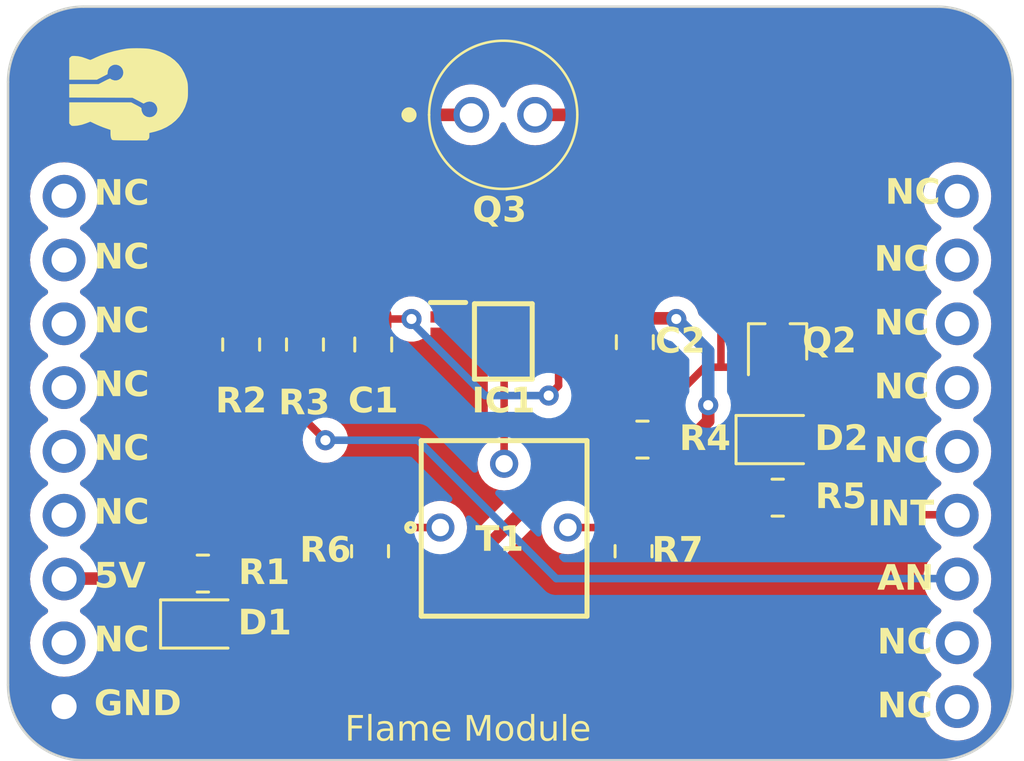
<source format=kicad_pcb>
(kicad_pcb (version 20240108) (generator "pcbnew") (generator_version "8.0")
  (layers (0 "F.Cu" signal) (31 "B.Cu" signal) (34 "B.Paste" user) (35 "F.Paste" user) (36 "B.SilkS" user "B.Silkscreen") (37 "F.SilkS" user "F.Silkscreen") (38 "B.Mask" user) (39 "F.Mask" user) (44 "Edge.Cuts" user))
  (net 0 "")
  (net 1 "IN+")
  (net 2 "GND")
  (net 3 "Net-(IC1-VCC)")
  (net 4 "Net-(D2-K)")
  (net 5 "Net-(D1-A)")
  (net 6 "Net-(D2-A)")
  (net 8 "IN-")
  (net 9 "INT")
  (net 10 "AN")
  (net 11 "Net-(R5-Pad2)")
  (net 12 "Net-(R6-Pad1)")
  (net 13 "+5V")
  (net 14 "Net-(R6-Pad2)")
  (net 15 "Net-(R7-Pad1)")
  (footprint "meminle:3362P_1" (layer "F.Cu") (at 90.936377 100.22352)
    (property "Reference" "T1" (at -0.182177 -3.01772 0) (layer "F.SilkS") (effects (font (thickness 0.2) (bold yes))))
    (property "Value" "R_Potentiometer_Trim" (hide yes))
    (fp_line (start -3.3 -6.99) (end -3.3 0) (stroke (width 0.2)) (layer "F.SilkS"))
    (fp_line (start -3.3 0) (end 3.3 0) (stroke (width 0.2)) (layer "F.SilkS"))
    (fp_line (start 3.3 -6.99) (end -3.3 -6.99) (stroke (width 0.2)) (layer "F.SilkS"))
    (fp_line (start 3.3 0) (end 3.3 -6.99) (stroke (width 0.2)) (layer "F.SilkS"))
    (fp_circle (center -3.722 -3.532) (end -3.722 -3.475) (stroke (width 0.2)) (fill none) (layer "F.SilkS"))
    (pad "1" thru_hole circle (at -2.54 -3.53) (size 1.12 1.12) (drill 0.69) (layers "*.Cu" "*.Mask") (net 11 "Net-(R5-Pad2)"))
    (pad "2" thru_hole circle (at 0 -6.07) (size 1.12 1.12) (drill 0.69) (layers "*.Cu" "*.Mask") (net 8 "IN-"))
    (pad "3" thru_hole circle (at 2.54 -3.53) (size 1.12 1.12) (drill 0.69) (layers "*.Cu" "*.Mask") (net 12 "Net-(R6-Pad1)"))
  )
  (footprint "Resistor_SMD:R_0805_2012Metric" (layer "F.Cu") (at 83.0072 89.408 90)
    (property "Reference" "R3" (at -2.3622 -0.02952 180) (layer "F.SilkS") (effects (font (thickness 0.15) (bold yes))))
    (property "Value" "3k3" (hide yes))
    (fp_line (start -0.227064 -0.735) (end 0.227064 -0.735) (stroke (width 0.12)) (layer "F.SilkS"))
    (fp_line (start -0.227064 0.735) (end 0.227064 0.735) (stroke (width 0.12)) (layer "F.SilkS"))
    (pad "1" smd roundrect (at -0.9125 0 90) (size 1.025 1.4) (layers "F.Cu" "F.Paste" "F.Mask") (roundrect_rratio 0.243902) (net 10 "AN"))
    (pad "2" smd roundrect (at 0.9125 0 90) (size 1.025 1.4) (layers "F.Cu" "F.Paste" "F.Mask") (roundrect_rratio 0.243902) (net 1 "IN+"))
  )
  (footprint "Resistor_SMD:R_0805_2012Metric" (layer "F.Cu") (at 78.9432 98.5266)
    (property "Reference" "R1" (at 2.4384 0 180) (layer "F.SilkS") (effects (font (thickness 0.15) (bold yes))))
    (property "Value" "1k" (hide yes))
    (fp_line (start -0.227064 -0.735) (end 0.227064 -0.735) (stroke (width 0.12)) (layer "F.SilkS"))
    (fp_line (start -0.227064 0.735) (end 0.227064 0.735) (stroke (width 0.12)) (layer "F.SilkS"))
    (pad "1" smd roundrect (at -0.9125 0) (size 1.025 1.4) (layers "F.Cu" "F.Paste" "F.Mask") (roundrect_rratio 0.243902) (net 13 "+5V"))
    (pad "2" smd roundrect (at 0.9125 0) (size 1.025 1.4) (layers "F.Cu" "F.Paste" "F.Mask") (roundrect_rratio 0.243902) (net 5 "Net-(D1-A)"))
  )
  (footprint "Resistor_SMD:R_0805_2012Metric" (layer "F.Cu") (at 101.8286 95.504)
    (property "Reference" "R5" (at 2.5146 0 0) (layer "F.SilkS") (effects (font (thickness 0.15) (bold yes))))
    (property "Value" "4k7" (hide yes))
    (fp_line (start -0.227064 -0.735) (end 0.227064 -0.735) (stroke (width 0.12)) (layer "F.SilkS"))
    (fp_line (start -0.227064 0.735) (end 0.227064 0.735) (stroke (width 0.12)) (layer "F.SilkS"))
    (pad "1" smd roundrect (at -0.9125 0) (size 1.025 1.4) (layers "F.Cu" "F.Paste" "F.Mask") (roundrect_rratio 0.243902) (net 13 "+5V"))
    (pad "2" smd roundrect (at 0.9125 0) (size 1.025 1.4) (layers "F.Cu" "F.Paste" "F.Mask") (roundrect_rratio 0.243902) (net 6 "Net-(D2-A)"))
  )
  (footprint "air_module:air_module" (layer "F.Cu") (at 90.866 96.0374)
    (property "Reference" "U2" (hide yes))
    (property "Value" "~")
    (fp_poly (pts (xy -14.409382 -18.424609) (xy -14.284373 -18.420345) (xy -14.172436 -18.41358) (xy -14.080802 -18.404375) (xy -14.041724 -18.398303) (xy -13.853269 -18.357149) (xy -13.683331 -18.306133) (xy -13.519369 -18.241174) (xy -13.429404 -18.199111) (xy -13.225809 -18.083691) (xy -13.047121 -17.948997) (xy -12.892918 -17.794515) (xy -12.762778 -17.619731) (xy -12.65628 -17.424131) (xy -12.573 -17.2072) (xy -12.549521 -17.127104) (xy -12.536759 -17.07492) (xy -12.527646 -17.022564) (xy -12.521606 -16.963179) (xy -12.518064 -16.889906) (xy -12.516445 -16.795888) (xy -12.51616 -16.729254) (xy -12.516471 -16.624139) (xy -12.518179 -16.54326) (xy -12.521973 -16.479269) (xy -12.528539 -16.424819) (xy -12.538566 -16.372562) (xy -12.552742 -16.315149) (xy -12.556087 -16.30258) (xy -12.629514 -16.087143) (xy -12.729163 -15.888572) (xy -12.853947 -15.707853) (xy -13.002778 -15.54597) (xy -13.174568 -15.403908) (xy -13.368231 -15.282653) (xy -13.582678 -15.183189) (xy -13.816822 -15.106501) (xy -13.899335 -15.086106) (xy -14.053347 -15.050981) (xy -14.053347 -14.949039) (xy -14.054887 -14.890965) (xy -14.061819 -14.853309) (xy -14.077607 -14.824956) (xy -14.09952 -14.800924) (xy -14.145693 -14.754751) (xy -14.822188 -14.755232) (xy -15.017354 -14.755779) (xy -15.180988 -14.757122) (xy -15.313136 -14.759262) (xy -15.413847 -14.762201) (xy -15.483171 -14.765939) (xy -15.521154 -14.770477) (xy -15.527806 -14.772641) (xy -15.563505 -14.810321) (xy -15.587341 -14.875416) (xy -15.599544 -14.968744) (xy -15.601382 -15.034623) (xy -15.601407 -15.173346) (xy -15.801123 -15.240942) (xy -15.897413 -15.275849) (xy -16.007494 -15.319396) (xy -16.117074 -15.365754) (xy -16.20292 -15.404809) (xy -16.405002 -15.50108) (xy -16.548858 -15.442837) (xy -16.738064 -15.37858) (xy -16.919457 -15.342673) (xy -17.036014 -15.334083) (xy -17.096368 -15.333393) (xy -17.134749 -15.336828) (xy -17.160749 -15.347281) (xy -17.183963 -15.367645) (xy -17.197923 -15.382892) (xy -17.244143 -15.434479) (xy -17.244143 -15.852824) (xy -17.244143 -16.271169) (xy -16.010726 -16.271169) (xy -14.77731 -16.271169) (xy -14.567601 -16.160489) (xy -14.48664 -16.117331) (xy -14.429866 -16.085528) (xy -14.393293 -16.062146) (xy -14.372934 -16.044251) (xy -14.364803 -16.028908) (xy -14.364911 -16.013181) (xy -14.365213 -16.01152) (xy -14.36356 -15.958395) (xy -14.345036 -15.893567) (xy -14.3142 -15.828542) (xy -14.27561 -15.774828) (xy -14.268562 -15.767605) (xy -14.220027 -15.731434) (xy -14.160444 -15.701004) (xy -14.138599 -15.693187) (xy -14.044845 -15.679294) (xy -13.957182 -15.692779) (xy -13.879309 -15.729553) (xy -13.814926 -15.785526) (xy -13.767732 -15.856611) (xy -13.741427 -15.938718) (xy -13.739711 -16.027758) (xy -13.761874 -16.109552) (xy -13.812507 -16.193911) (xy -13.88157 -16.255114) (xy -13.964389 -16.291555) (xy -14.056294 -16.301627) (xy -14.152611 -16.283725) (xy -14.204852 -16.261841) (xy -14.28573 -16.220921) (xy -14.505204 -16.336872) (xy -14.724678 -16.452824) (xy -15.98441 -16.457138) (xy -17.244143 -16.461453) (xy -17.244143 -16.72962) (xy -17.244143 -16.997786) (xy -16.659908 -16.997786) (xy -16.075673 -16.997786) (xy -15.84744 -17.11641) (xy -15.749428 -17.165928) (xy -15.676635 -17.199529) (xy -15.629594 -17.216985) (xy -15.608844 -17.218071) (xy -15.608333 -17.217439) (xy -15.588169 -17.200581) (xy -15.550213 -17.178859) (xy -15.532275 -17.170245) (xy -15.441144 -17.144115) (xy -15.35248 -17.145987) (xy -15.27045 -17.172316) (xy -15.19922 -17.219556) (xy -15.142957 -17.284165) (xy -15.105828 -17.362595) (xy -15.092 -17.451304) (xy -15.102599 -17.535769) (xy -15.139889 -17.622434) (xy -15.199 -17.691754) (xy -15.274232 -17.740831) (xy -15.359887 -17.766768) (xy -15.450265 -17.766666) (xy -15.518719 -17.747343) (xy -15.603564 -17.697205) (xy -15.664 -17.627479) (xy -15.700644 -17.537286) (xy -15.711338 -17.4743) (xy -15.719827 -17.390055) (xy -15.932045 -17.280799) (xy -16.144263 -17.171542) (xy -16.694203 -17.171542) (xy -17.244143 -17.171542) (xy -17.244143 -17.59925) (xy -17.244143 -18.026958) (xy -17.19797 -18.073131) (xy -17.171241 -18.097234) (xy -17.144844 -18.11106) (xy -17.108952 -18.117397) (xy -17.053736 -18.119029) (xy -17.036061 -18.119029) (xy -16.888934 -18.108389) (xy -16.737628 -18.076092) (xy -16.574707 -18.02053) (xy -16.567054 -18.017486) (xy -16.503947 -17.993107) (xy -16.450536 -17.974072) (xy -16.414495 -17.963039) (xy -16.404952 -17.961343) (xy -16.383132 -17.968004) (xy -16.339239 -17.986194) (xy -16.27941 -18.013224) (xy -16.209783 -18.046407) (xy -16.201562 -18.050428) (xy -15.977798 -18.148206) (xy -15.72745 -18.235531) (xy -15.454095 -18.311363) (xy -15.161304 -18.374665) (xy -14.977414 -18.406257) (xy -14.895512 -18.415422) (xy -14.790527 -18.421778) (xy -14.66969 -18.425387) (xy -14.540231 -18.42631)) (fill solid) (layer "F.SilkS"))
    (fp_line (start -19.68 -17.08) (end -19.68 6.92) (stroke (width 0.1)) (layer "Edge.Cuts"))
    (fp_line (start -16.68 9.92) (end 17.32 9.92) (stroke (width 0.1)) (layer "Edge.Cuts"))
    (fp_line (start 17.32 -20.08) (end -16.68 -20.08) (stroke (width 0.1)) (layer "Edge.Cuts"))
    (fp_line (start 20.32 6.92) (end 20.32 -17.08) (stroke (width 0.1)) (layer "Edge.Cuts"))
    (fp_arc (start -19.68 -17.08) (mid -18.80132 -19.20132) (end -16.68 -20.08) (stroke (width 0.1)) (layer "Edge.Cuts"))
    (fp_arc (start -16.68 9.92) (mid -18.80132 9.04132) (end -19.68 6.92) (stroke (width 0.1)) (layer "Edge.Cuts"))
    (fp_arc (start 17.32 -20.08) (mid 19.44132 -19.20132) (end 20.32 -17.08) (stroke (width 0.1)) (layer "Edge.Cuts"))
    (fp_arc (start 20.32 6.92) (mid 19.44132 9.04132) (end 17.32 9.92) (stroke (width 0.1)) (layer "Edge.Cuts"))
    (fp_text user "NC" (at -16.256 5.7544 0) (layer "F.SilkS") (effects (font (thickness 0.2) (bold yes)) (justify left bottom)))
    (fp_text user "NC" (at -16.256 -1.8656 0) (layer "F.SilkS") (effects (font (thickness 0.2) (bold yes)) (justify left bottom)))
    (fp_text user "AN" (at 14.925 3.302 0) (layer "F.SilkS") (effects (font (thickness 0.2) (bold yes)) (justify left bottom)))
    (fp_text user "Flame Module" (at -6.2738 9.3104 0) (layer "F.SilkS") (effects (font (thickness 0.1)) (justify left bottom)))
    (fp_text user "NC" (at 14.925 8.382 0) (layer "F.SilkS") (effects (font (thickness 0.2) (bold yes)) (justify left bottom)))
    (fp_text user "NC" (at 14.925 5.842 0) (layer "F.SilkS") (effects (font (thickness 0.2) (bold yes)) (justify left bottom)))
    (fp_text user "5V" (at -16.256 3.2144 0) (layer "F.SilkS") (effects (font (thickness 0.2) (bold yes)) (justify left bottom)))
    (fp_text user "NC" (at -16.256 -9.4856 0) (layer "F.SilkS") (effects (font (thickness 0.2) (bold yes)) (justify left bottom)))
    (fp_text user "NC" (at -16.256 0.6744 0) (layer "F.SilkS") (effects (font (thickness 0.2) (bold yes)) (justify left bottom)))
    (fp_text user "NC" (at 14.798 -6.858 0) (layer "F.SilkS") (effects (font (thickness 0.2) (bold yes)) (justify left bottom)))
    (fp_text user "NC" (at 14.798 -9.398 0) (layer "F.SilkS") (effects (font (thickness 0.2) (bold yes)) (justify left bottom)))
    (fp_text user "NC" (at 15.24 -12.065 0) (layer "F.SilkS") (effects (font (thickness 0.2) (bold yes)) (justify left bottom)))
    (fp_text user "NC" (at 14.798 -1.778 0) (layer "F.SilkS") (effects (font (thickness 0.2) (bold yes)) (justify left bottom)))
    (fp_text user "NC" (at -16.256 -4.4056 0) (layer "F.SilkS") (effects (font (thickness 0.2) (bold yes)) (justify left bottom)))
    (fp_text user "INT" (at 14.544 0.7366 0) (layer "F.SilkS") (effects (font (thickness 0.2) (bold yes)) (justify left bottom)))
    (fp_text user "NC" (at 14.798 -4.318 0) (layer "F.SilkS") (effects (font (thickness 0.2) (bold yes)) (justify left bottom)))
    (fp_text user "GND" (at -16.256 8.2944 0) (layer "F.SilkS") (effects (font (thickness 0.2) (bold yes)) (justify left bottom)))
    (fp_text user "NC" (at -16.256 -12.0256 0) (layer "F.SilkS") (effects (font (thickness 0.2) (bold yes)) (justify left bottom)))
    (fp_text user "NC" (at -16.256 -6.9456 0) (layer "F.SilkS") (effects (font (thickness 0.2) (bold yes)) (justify left bottom)))
    (pad "1" thru_hole oval (at -17.4498 -12.5336) (size 1.7 1.7) (drill 1) (layers "*.Cu" "*.Mask"))
    (pad "2" thru_hole oval (at -17.4498 -9.9936) (size 1.7 1.7) (drill 1) (layers "*.Cu" "*.Mask"))
    (pad "3" thru_hole oval (at -17.4498 -7.4536) (size 1.7 1.7) (drill 1) (layers "*.Cu" "*.Mask"))
    (pad "4" thru_hole oval (at -17.4498 -4.9136) (size 1.7 1.7) (drill 1) (layers "*.Cu" "*.Mask"))
    (pad "5" thru_hole oval (at -17.4498 -2.3736) (size 1.7 1.7) (drill 1) (layers "*.Cu" "*.Mask"))
    (pad "6" thru_hole oval (at -17.4498 0.1664) (size 1.7 1.7) (drill 1) (layers "*.Cu" "*.Mask"))
    (pad "7" thru_hole oval (at -17.4498 2.7064) (size 1.7 1.7) (drill 1) (layers "*.Cu" "*.Mask") (net 13 "+5V"))
    (pad "8" thru_hole oval (at -17.4498 5.2464) (size 1.7 1.7) (drill 1) (layers "*.Cu" "*.Mask"))
    (pad "9" thru_hole oval (at -17.4498 7.7864) (size 1.7 1.7) (drill 1) (layers "*.Cu" "*.Mask") (net 2 "GND"))
    (pad "10" thru_hole oval (at 18.1102 7.7864) (size 1.7 1.7) (drill 1) (layers "*.Cu" "*.Mask"))
    (pad "11" thru_hole oval (at 18.1102 5.2464) (size 1.7 1.7) (drill 1) (layers "*.Cu" "*.Mask"))
    (pad "12" thru_hole oval (at 18.1102 2.7064) (size 1.7 1.7) (drill 1) (layers "*.Cu" "*.Mask") (net 10 "AN"))
    (pad "13" thru_hole oval (at 18.1102 0.1664) (size 1.7 1.7) (drill 1) (layers "*.Cu" "*.Mask") (net 9 "INT"))
    (pad "14" thru_hole oval (at 18.1102 -2.3736) (size 1.7 1.7) (drill 1) (layers "*.Cu" "*.Mask"))
    (pad "15" thru_hole oval (at 18.1102 -4.9136) (size 1.7 1.7) (drill 1) (layers "*.Cu" "*.Mask"))
    (pad "16" thru_hole oval (at 18.1102 -7.4536) (size 1.7 1.7) (drill 1) (layers "*.Cu" "*.Mask"))
    (pad "17" thru_hole oval (at 18.1102 -9.9936) (size 1.7 1.7) (drill 1) (layers "*.Cu" "*.Mask"))
    (pad "18" thru_hole oval (at 18.1102 -12.5336) (size 1.7 1.7) (drill 1) (layers "*.Cu" "*.Mask"))
  )
  (footprint "Capacitor_SMD:C_0805_2012Metric" (layer "F.Cu") (at 96.139 89.3148 -90)
    (property "Reference" "C2" (at 0 -1.809923 180) (layer "F.SilkS") (effects (font (thickness 0.15) (bold yes))))
    (property "Value" "2.2uF" (hide yes))
    (fp_line (start -0.261252 0.735) (end 0.261252 0.735) (stroke (width 0.12)) (layer "F.SilkS"))
    (fp_line (start -0.261252 -0.735) (end 0.261252 -0.735) (stroke (width 0.12)) (layer "F.SilkS"))
    (pad "1" smd roundrect (at -0.95 0 270) (size 1 1.45) (layers "F.Cu" "F.Paste" "F.Mask") (net 13 "+5V"))
    (pad "2" smd roundrect (at 0.95 0 270) (size 1 1.45) (layers "F.Cu" "F.Paste" "F.Mask") (net 3 "Net-(IC1-VCC)"))
  )
  (footprint "Resistor_SMD:R_0805_2012Metric" (layer "F.Cu") (at 85.598 97.6376 90)
    (property "Reference" "R6" (at 0 -1.778 0) (layer "F.SilkS") (effects (font (thickness 0.15) (bold yes))))
    (property "Value" "5k1" (hide yes))
    (fp_line (start -0.227064 -0.735) (end 0.227064 -0.735) (stroke (width 0.12)) (layer "F.SilkS"))
    (fp_line (start -0.227064 0.735) (end 0.227064 0.735) (stroke (width 0.12)) (layer "F.SilkS"))
    (pad "1" smd roundrect (at -0.9125 0 90) (size 1.025 1.4) (layers "F.Cu" "F.Paste" "F.Mask") (roundrect_rratio 0.243902) (net 13 "+5V"))
    (pad "2" smd roundrect (at 0.9125 0 90) (size 1.025 1.4) (layers "F.Cu" "F.Paste" "F.Mask") (roundrect_rratio 0.243902) (net 14 "Net-(R6-Pad2)"))
  )
  (footprint "meminle:PT3346B" (layer "F.Cu") (at 89.629 80.264)
    (property "Reference" "Q3" (at 1.1252 3.8354 0) (layer "F.SilkS") (effects (font (thickness 0.2) (bold yes))))
    (property "Value" "PT334-6B" (hide yes))
    (fp_line (start -2.63 0) (end -2.63 0) (stroke (width 0.3)) (layer "F.SilkS"))
    (fp_line (start -2.33 0) (end -2.33 0) (stroke (width 0.3)) (layer "F.SilkS"))
    (fp_line (start -1.68 0) (end -1.68 0) (stroke (width 0.1)) (layer "F.SilkS"))
    (fp_line (start 4.22 0) (end 4.22 0) (stroke (width 0.1)) (layer "F.SilkS"))
    (fp_arc (start -2.63 0) (mid -2.48 -0.15) (end -2.33 0) (stroke (width 0.3)) (layer "F.SilkS"))
    (fp_arc (start -2.33 0) (mid -2.48 0.15) (end -2.63 0) (stroke (width 0.3)) (layer "F.SilkS"))
    (fp_arc (start -1.68 0) (mid 1.27 -2.95) (end 4.22 0) (stroke (width 0.1)) (layer "F.SilkS"))
    (fp_arc (start 4.22 0) (mid 1.27 2.95) (end -1.68 0) (stroke (width 0.1)) (layer "F.SilkS"))
    (pad "1" thru_hole circle (at 0 0) (size 1.42 1.42) (drill 0.92) (layers "*.Cu" "*.Mask") (net 1 "IN+"))
    (pad "2" thru_hole circle (at 2.54 0) (size 1.42 1.42) (drill 0.92) (layers "*.Cu" "*.Mask") (net 13 "+5V"))
  )
  (footprint "Resistor_SMD:R_0805_2012Metric" (layer "F.Cu") (at 96.4438 93.1926 180)
    (property "Reference" "R4" (at -2.4892 0 0) (layer "F.SilkS") (effects (font (thickness 0.15) (bold yes))))
    (property "Value" "4k7" (hide yes))
    (fp_line (start -0.227064 0.735) (end 0.227064 0.735) (stroke (width 0.12)) (layer "F.SilkS"))
    (fp_line (start -0.227064 -0.735) (end 0.227064 -0.735) (stroke (width 0.12)) (layer "F.SilkS"))
    (pad "1" smd roundrect (at -0.9125 0 180) (size 1.025 1.4) (layers "F.Cu" "F.Paste" "F.Mask") (roundrect_rratio 0.243902) (net 13 "+5V"))
    (pad "2" smd roundrect (at 0.9125 0 180) (size 1.025 1.4) (layers "F.Cu" "F.Paste" "F.Mask") (roundrect_rratio 0.243902) (net 9 "INT"))
  )
  (footprint "LED_SMD:LED_0805_2012Metric" (layer "F.Cu") (at 78.9432 100.5332)
    (property "Reference" "D1" (at 2.4638 0 0) (layer "F.SilkS") (effects (font (thickness 0.15) (bold yes))))
    (property "Value" "LED" (hide yes))
    (fp_line (start -1.685 -0.96) (end -1.685 0.96) (stroke (width 0.12)) (layer "F.SilkS"))
    (fp_line (start -1.685 0.96) (end 1 0.96) (stroke (width 0.12)) (layer "F.SilkS"))
    (fp_line (start 1 -0.96) (end -1.685 -0.96) (stroke (width 0.12)) (layer "F.SilkS"))
    (pad "1" smd roundrect (at -0.9375 0) (size 0.975 1.4) (layers "F.Cu" "F.Paste" "F.Mask") (net 2 "GND"))
    (pad "2" smd roundrect (at 0.9375 0) (size 0.975 1.4) (layers "F.Cu" "F.Paste" "F.Mask") (net 5 "Net-(D1-A)"))
  )
  (footprint "Resistor_SMD:R_0805_2012Metric" (layer "F.Cu") (at 96.0882 97.6376 -90)
    (property "Reference" "R7" (at 0 -1.7526 180) (layer "F.SilkS") (effects (font (thickness 0.15) (bold yes))))
    (property "Value" "5k1" (hide yes))
    (fp_line (start -0.227064 0.735) (end 0.227064 0.735) (stroke (width 0.12)) (layer "F.SilkS"))
    (fp_line (start -0.227064 -0.735) (end 0.227064 -0.735) (stroke (width 0.12)) (layer "F.SilkS"))
    (pad "1" smd roundrect (at -0.9125 0 270) (size 1.025 1.4) (layers "F.Cu" "F.Paste" "F.Mask") (roundrect_rratio 0.243902) (net 15 "Net-(R7-Pad1)"))
    (pad "2" smd roundrect (at 0.9125 0 270) (size 1.025 1.4) (layers "F.Cu" "F.Paste" "F.Mask") (roundrect_rratio 0.243902) (net 2 "GND"))
  )
  (footprint "Resistor_SMD:R_0805_2012Metric" (layer "F.Cu") (at 80.4672 89.408 90)
    (property "Reference" "R2" (at -2.286 0 180) (layer "F.SilkS") (effects (font (thickness 0.15) (bold yes))))
    (property "Value" "6k8" (hide yes))
    (fp_line (start -0.227064 -0.735) (end 0.227064 -0.735) (stroke (width 0.12)) (layer "F.SilkS"))
    (fp_line (start -0.227064 0.735) (end 0.227064 0.735) (stroke (width 0.12)) (layer "F.SilkS"))
    (pad "1" smd roundrect (at -0.9125 0 90) (size 1.025 1.4) (layers "F.Cu" "F.Paste" "F.Mask") (roundrect_rratio 0.243902) (net 1 "IN+"))
    (pad "2" smd roundrect (at 0.9125 0 90) (size 1.025 1.4) (layers "F.Cu" "F.Paste" "F.Mask") (roundrect_rratio 0.243902) (net 2 "GND"))
  )
  (footprint "Package_TO_SOT_SMD:SOT-323_SC-70" (layer "F.Cu") (at 101.822077 89.31052 90)
    (property "Reference" "Q2" (at 0.00412 2.063923 180) (layer "F.SilkS") (effects (font (thickness 0.15) (bold yes))))
    (property "Value" "PDTC114EU,115" (hide yes))
    (fp_line (start 0.73 -1.16) (end -1.3 -1.16) (stroke (width 0.12)) (layer "F.SilkS"))
    (fp_line (start 0.73 -1.16) (end 0.73 -0.5) (stroke (width 0.12)) (layer "F.SilkS"))
    (fp_line (start 0.73 0.5) (end 0.73 1.16) (stroke (width 0.12)) (layer "F.SilkS"))
    (fp_line (start -0.68 1.16) (end 0.73 1.16) (stroke (width 0.12)) (layer "F.SilkS"))
    (pad "1" smd rect (at -1 -0.65) (size 0.45 0.7) (layers "F.Cu" "F.Paste" "F.Mask") (net 9 "INT"))
    (pad "2" smd rect (at -1 0.65) (size 0.45 0.7) (layers "F.Cu" "F.Paste" "F.Mask") (net 2 "GND"))
    (pad "3" smd rect (at 1 0) (size 0.45 0.7) (layers "F.Cu" "F.Paste" "F.Mask") (net 4 "Net-(D2-K)"))
  )
  (footprint "Capacitor_SMD:C_0805_2012Metric" (layer "F.Cu") (at 85.725 89.408 -90)
    (property "Reference" "C1" (at 2.286 0 180) (layer "F.SilkS") (effects (font (thickness 0.15) (bold yes))))
    (property "Value" "10nF" (hide yes))
    (fp_line (start -0.261252 0.735) (end 0.261252 0.735) (stroke (width 0.12)) (layer "F.SilkS"))
    (fp_line (start -0.261252 -0.735) (end 0.261252 -0.735) (stroke (width 0.12)) (layer "F.SilkS"))
    (pad "1" smd roundrect (at -0.95 0 270) (size 1 1.45) (layers "F.Cu" "F.Paste" "F.Mask") (net 1 "IN+"))
    (pad "2" smd roundrect (at 0.95 0 270) (size 1 1.45) (layers "F.Cu" "F.Paste" "F.Mask") (net 2 "GND"))
  )
  (footprint "LED_SMD:LED_0805_2012Metric" (layer "F.Cu") (at 101.854 93.1926)
    (property "Reference" "D2" (at 2.5123 0 0) (layer "F.SilkS") (effects (font (thickness 0.15) (bold yes))))
    (property "Value" "LED" (hide yes))
    (fp_line (start -1.685 -0.96) (end -1.685 0.96) (stroke (width 0.12)) (layer "F.SilkS"))
    (fp_line (start -1.685 0.96) (end 1 0.96) (stroke (width 0.12)) (layer "F.SilkS"))
    (fp_line (start 1 -0.96) (end -1.685 -0.96) (stroke (width 0.12)) (layer "F.SilkS"))
    (pad "1" smd roundrect (at -0.9375 0) (size 0.975 1.4) (layers "F.Cu" "F.Paste" "F.Mask") (net 4 "Net-(D2-K)"))
    (pad "2" smd roundrect (at 0.9375 0) (size 0.975 1.4) (layers "F.Cu" "F.Paste" "F.Mask") (net 6 "Net-(D2-A)"))
  )
  (footprint "LM2903:SOP65P490X110-8N" (layer "F.Cu") (at 90.904454 89.28512)
    (property "Reference" "IC1" (at 0.002146 2.40888 0) (layer "F.SilkS") (effects (font (thickness 0.2) (bold yes))))
    (property "Value" "LM2903BHQDGKRQ1" (hide yes))
    (fp_line (start -2.9 -1.55) (end -1.5 -1.55) (stroke (width 0.2)) (layer "F.SilkS"))
    (fp_line (start -1.15 -1.5) (end 1.15 -1.5) (stroke (width 0.2)) (layer "F.SilkS"))
    (fp_line (start -1.15 1.5) (end -1.15 -1.5) (stroke (width 0.2)) (layer "F.SilkS"))
    (fp_line (start 1.15 -1.5) (end 1.15 1.5) (stroke (width 0.2)) (layer "F.SilkS"))
    (fp_line (start 1.15 1.5) (end -1.15 1.5) (stroke (width 0.2)) (layer "F.SilkS"))
    (pad "1" smd rect (at -2.2 -0.975 90) (size 0.45 1.4) (layers "F.Cu" "F.Paste" "F.Mask"))
    (pad "2" smd rect (at -2.2 -0.325 90) (size 0.45 1.4) (layers "F.Cu" "F.Paste" "F.Mask") (net 2 "GND"))
    (pad "3" smd rect (at -2.2 0.325 90) (size 0.45 1.4) (layers "F.Cu" "F.Paste" "F.Mask") (net 2 "GND"))
    (pad "4" smd rect (at -2.2 0.975 90) (size 0.45 1.4) (layers "F.Cu" "F.Paste" "F.Mask") (net 2 "GND"))
    (pad "5" smd rect (at 2.2 0.975 90) (size 0.45 1.4) (layers "F.Cu" "F.Paste" "F.Mask") (net 1 "IN+"))
    (pad "6" smd rect (at 2.2 0.325 90) (size 0.45 1.4) (layers "F.Cu" "F.Paste" "F.Mask") (net 8 "IN-"))
    (pad "7" smd rect (at 2.2 -0.325 90) (size 0.45 1.4) (layers "F.Cu" "F.Paste" "F.Mask") (net 9 "INT"))
    (pad "8" smd rect (at 2.2 -0.975 90) (size 0.45 1.4) (layers "F.Cu" "F.Paste" "F.Mask") (net 3 "Net-(IC1-VCC)"))
  )
  (segment (start 85.471 88.328597) (end 85.471 81.915) (width 0.5) (layer "F.Cu") (net 1))
  (segment (start 80.4164 90.3205) (end 80.9009 90.3205) (width 0.5) (layer "F.Cu") (net 1))
  (segment (start 85.470557 88.392) (end 85.439077 88.36052) (width 0.3) (layer "F.Cu") (net 1))
  (segment (start 85.471 81.915) (end 87.122 80.264) (width 0.5) (layer "F.Cu") (net 1))
  (segment (start 80.359077 90.263177) (end 80.4164 90.3205) (width 0.5) (layer "F.Cu") (net 1))
  (segment (start 93.104454 90.26012) (end 93.104454 91.045546) (width 0.3) (layer "F.Cu") (net 1))
  (segment (start 87.122 80.264) (end 89.629 80.264) (width 0.5) (layer "F.Cu") (net 1))
  (segment (start 80.9009 90.3205) (end 82.86088 88.36052) (width 0.5) (layer "F.Cu") (net 1))
  (segment (start 85.439077 88.36052) (end 85.471 88.328597) (width 0.5) (layer "F.Cu") (net 1))
  (segment (start 87.249 88.392) (end 85.470557 88.392) (width 0.3) (layer "F.Cu") (net 1))
  (segment (start 93.104454 91.045546) (end 92.71 91.44) (width 0.3) (layer "F.Cu") (net 1))
  (segment (start 82.86088 88.36052) (end 85.439077 88.36052) (width 0.5) (layer "F.Cu") (net 1))
  (segment (start 80.359077 90.22302) (end 80.359077 90.263177) (width 0.5) (layer "F.Cu") (net 1))
  (via (at 92.71 91.44) (size 0.8) (drill 0.4) (layers "F.Cu" "B.Cu") (net 1))
  (via (at 87.249 88.392) (size 0.8) (drill 0.4) (layers "F.Cu" "B.Cu") (net 1))
  (segment (start 90.17 91.44) (end 92.71 91.44) (width 0.3) (layer "B.Cu") (net 1))
  (segment (start 87.249 88.519) (end 90.17 91.44) (width 0.3) (layer "B.Cu") (net 1))
  (segment (start 87.249 88.392) (end 87.249 88.519) (width 0.3) (layer "B.Cu") (net 1))
  (segment (start 94.27912 88.31012) (end 94.869 88.9) (width 0.3) (layer "F.Cu") (net 3))
  (segment (start 93.104454 88.31012) (end 94.27912 88.31012) (width 0.3) (layer "F.Cu") (net 3))
  (segment (start 95.3448 90.2648) (end 96.139 90.2648) (width 0.3) (layer "F.Cu") (net 3))
  (segment (start 94.869 89.789) (end 95.3448 90.2648) (width 0.3) (layer "F.Cu") (net 3))
  (segment (start 94.869 88.9) (end 94.869 89.789) (width 0.3) (layer "F.Cu") (net 3))
  (segment (start 101.822077 91.090923) (end 101.822077 88.31052) (width 0.3) (layer "F.Cu") (net 4))
  (segment (start 100.884577 92.86652) (end 100.884577 92.028423) (width 0.3) (layer "F.Cu") (net 4))
  (segment (start 100.884577 92.028423) (end 101.822077 91.090923) (width 0.3) (layer "F.Cu") (net 4))
  (segment (start 79.8807 98.5516) (end 79.8807 100.5332) (width 0.5) (layer "F.Cu") (net 5))
  (segment (start 79.8557 98.5266) (end 79.8807 98.5516) (width 0.5) (layer "F.Cu") (net 5))
  (segment (start 79.8557 98.8568) (end 79.8557 98.5266) (width 0.5) (layer "F.Cu") (net 5))
  (segment (start 102.759577 95.25452) (end 102.734577 95.27952) (width 0.3) (layer "F.Cu") (net 6))
  (segment (start 102.759577 92.86652) (end 102.759577 95.25452) (width 0.3) (layer "F.Cu") (net 6))
  (segment (start 93.104454 89.61012) (end 91.87288 89.61012) (width 0.3) (layer "F.Cu") (net 8))
  (segment (start 91.87288 89.61012) (end 90.936377 90.546623) (width 0.3) (layer "F.Cu") (net 8))
  (segment (start 90.936377 90.546623) (end 90.936377 94.15352) (width 0.3) (layer "F.Cu") (net 8))
  (segment (start 97.663 91.567) (end 95.377 91.567) (width 0.3) (layer "F.Cu") (net 9))
  (segment (start 95.575577 91.765577) (end 95.575577 92.86652) (width 0.3) (layer "F.Cu") (net 9))
  (segment (start 98.91948 90.31052) (end 97.663 91.567) (width 0.3) (layer "F.Cu") (net 9))
  (segment (start 99.568 90.31052) (end 98.91948 90.31052) (width 0.3) (layer "F.Cu") (net 9))
  (segment (start 105.41 87.884) (end 104.267 86.741) (width 0.3) (layer "F.Cu") (net 9))
  (segment (start 106.09152 96.18552) (end 105.41 95.504) (width 0.3) (layer "F.Cu") (net 9))
  (segment (start 94.369 89.224666) (end 94.369 90.559) (width 0.3) (layer "F.Cu") (net 9))
  (segment (start 93.104454 88.96012) (end 94.104454 88.96012) (width 0.3) (layer "F.Cu") (net 9))
  (segment (start 94.104454 88.96012) (end 94.369 89.224666) (width 0.3) (layer "F.Cu") (net 9))
  (segment (start 95.377 91.567) (end 95.3135 91.5035) (width 0.3) (layer "F.Cu") (net 9))
  (segment (start 108.970377 96.18552) (end 106.09152 96.18552) (width 0.3) (layer "F.Cu") (net 9))
  (segment (start 101.172077 90.31052) (end 99.568 90.31052) (width 0.3) (layer "F.Cu") (net 9))
  (segment (start 99.568 87.376) (end 99.568 90.31052) (width 0.3) (layer "F.Cu") (net 9))
  (segment (start 104.267 86.741) (end 100.203 86.741) (width 0.3) (layer "F.Cu") (net 9))
  (segment (start 100.203 86.741) (end 99.568 87.376) (width 0.3) (layer "F.Cu") (net 9))
  (segment (start 105.41 95.504) (end 105.41 87.884) (width 0.3) (layer "F.Cu") (net 9))
  (segment (start 94.369 90.559) (end 95.575577 91.765577) (width 0.3) (layer "F.Cu") (net 9))
  (segment (start 83.0072 92.4052) (end 83.82 93.218) (width 0.3) (layer "F.Cu") (net 10))
  (segment (start 83.0072 90.3205) (end 83.0072 92.4052) (width 0.3) (layer "F.Cu") (net 10))
  (via (at 83.82 93.218) (size 0.8) (drill 0.4) (layers "F.Cu" "B.Cu") (net 10))
  (segment (start 93.01052 98.72552) (end 108.93552 98.72552) (width 0.3) (layer "B.Cu") (net 10))
  (segment (start 108.93552 98.72552) (end 108.97 98.76) (width 0.3) (layer "B.Cu") (net 10))
  (segment (start 83.82 93.218) (end 87.503 93.218) (width 0.3) (layer "B.Cu") (net 10))
  (segment (start 87.503 93.218) (end 93.01052 98.72552) (width 0.3) (layer "B.Cu") (net 10))
  (segment (start 88.396377 96.69352) (end 86.160577 96.69352) (width 0.3) (layer "F.Cu") (net 11))
  (segment (start 86.160577 96.69352) (end 86.074077 96.78002) (width 0.3) (layer "F.Cu") (net 11))
  (segment (start 93.476377 96.69352) (end 96.0525 96.69352) (width 0.3) (layer "F.Cu") (net 12))
  (segment (start 96.0525 96.69352) (end 96.139 96.78002) (width 0.3) (layer "F.Cu") (net 12))
  (segment (start 78.994 96.901) (end 82.804 96.901) (width 0.5) (layer "F.Cu") (net 13))
  (segment (start 78.105 98.7825) (end 78.105 97.79) (width 0.5) (layer "F.Cu") (net 13))
  (segment (start 89.10098 98.60502) (end 92.964 94.742) (width 0.5) (layer "F.Cu") (net 13))
  (segment (start 78.105 97.79) (end 78.994 96.901) (width 0.5) (layer "F.Cu") (net 13))
  (segment (start 96.139 82.423) (end 96.139 88.3648) (width 0.5) (layer "F.Cu") (net 13))
  (segment (start 99.06 91.821) (end 99.06 92.456) (width 0.5) (layer "F.Cu") (net 13))
  (segment (start 92.169 80.264) (end 93.98 80.264) (width 0.5) (layer "F.Cu") (net 13))
  (segment (start 97.400577 94.606577) (end 97.400577 92.86652) (width 0.5) (layer "F.Cu") (net 13))
  (segment (start 98.679 92.837) (end 97.430097 92.837) (width 0.5) (layer "F.Cu") (net 13))
  (segment (start 98.298 95.504) (end 98.07352 95.27952) (width 0.5) (layer "F.Cu") (net 13))
  (segment (start 93.98 80.264) (end 96.139 82.423) (width 0.5) (layer "F.Cu") (net 13))
  (segment (start 96.139 88.3648) (end 97.7628 88.3648) (width 0.5) (layer "F.Cu") (net 13))
  (segment (start 73.410377 98.72552) (end 78.00102 98.72552) (width 0.5) (layer "F.Cu") (net 13))
  (segment (start 92.964 94.742) (end 97.536 94.742) (width 0.5) (layer "F.Cu") (net 13))
  (segment (start 78.0815 98.806) (end 78.105 98.7825) (width 0.5) (layer "F.Cu") (net 13))
  (segment (start 78.00102 98.72552) (end 78.0815 98.806) (width 0.5) (layer "F.Cu") (net 13))
  (segment (start 98.07352 95.27952) (end 97.400577 94.606577) (width 0.5) (layer "F.Cu") (net 13))
  (segment (start 84.50802 98.60502) (end 86.074077 98.60502) (width 0.5) (layer "F.Cu") (net 13))
  (segment (start 100.9161 95.504) (end 98.298 95.504) (width 0.5) (layer "F.Cu") (net 13))
  (segment (start 97.167192 92.86652) (end 97.400577 92.86652) (width 0.3) (layer "F.Cu") (net 13))
  (segment (start 99.06 92.456) (end 98.679 92.837) (width 0.5) (layer "F.Cu") (net 13))
  (segment (start 82.804 96.901) (end 84.50802 98.60502) (width 0.5) (layer "F.Cu") (net 13))
  (segment (start 97.7628 88.3648) (end 97.79 88.392) (width 0.5) (layer "F.Cu") (net 13))
  (segment (start 86.074077 98.60502) (end 89.10098 98.60502) (width 0.5) (layer "F.Cu") (net 13))
  (segment (start 97.536 94.742) (end 98.07352 95.27952) (width 0.5) (layer "F.Cu") (net 13))
  (segment (start 97.430097 92.837) (end 97.400577 92.86652) (width 0.5) (layer "F.Cu") (net 13))
  (via (at 99.06 91.821) (size 0.8) (drill 0.4) (layers "F.Cu" "B.Cu") (net 13))
  (via (at 97.79 88.392) (size 0.8) (drill 0.4) (layers "F.Cu" "B.Cu") (net 13))
  (segment (start 99.06 91.821) (end 99.06 89.662) (width 0.5) (layer "B.Cu") (net 13))
  (segment (start 99.06 89.662) (end 97.79 88.392) (width 0.5) (layer "B.Cu") (net 13))
  (zone (net 2) (net_name "GND") (layers "F&B.Cu") (connect_pads yes (clearance 0.5)) (min_thickness 0.25) (fill yes (thermal_gap 0.5) (thermal_bridge_width 0.5))
    (polygon (pts (xy 111.633 75.692) (xy 111.633 105.918) (xy 70.866 105.918) (xy 70.866 75.692)))
  )
)
</source>
